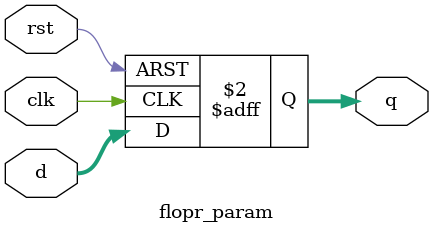
<source format=v>
module flopr_param #(parameter n=32)(
    input clk, 
    input rst, 
    input [n-1:0] d, 
    output reg [n-1:0] q
);

    always @(posedge clk or posedge rst) begin
        if (rst)
            q <= 0;       // reset immediately
        else
            q <= d;
    end

endmodule

</source>
